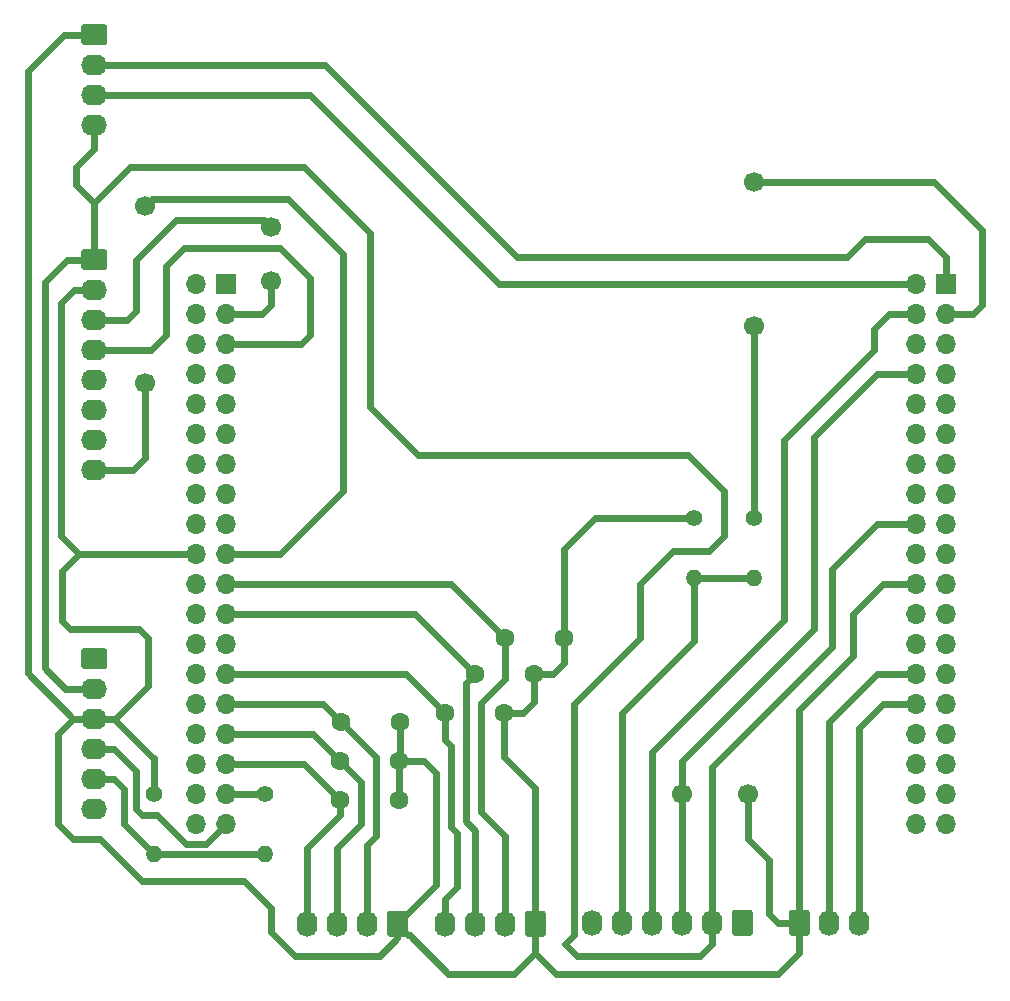
<source format=gbr>
G04 #@! TF.GenerationSoftware,KiCad,Pcbnew,(5.0.2)-1*
G04 #@! TF.CreationDate,2019-09-28T03:40:06+01:00*
G04 #@! TF.ProjectId,mainboard,6d61696e-626f-4617-9264-2e6b69636164,rev?*
G04 #@! TF.SameCoordinates,Original*
G04 #@! TF.FileFunction,Copper,L2,Bot*
G04 #@! TF.FilePolarity,Positive*
%FSLAX46Y46*%
G04 Gerber Fmt 4.6, Leading zero omitted, Abs format (unit mm)*
G04 Created by KiCad (PCBNEW (5.0.2)-1) date 28/09/2019 03:40:06*
%MOMM*%
%LPD*%
G01*
G04 APERTURE LIST*
G04 #@! TA.AperFunction,ComponentPad*
%ADD10O,1.700000X1.700000*%
G04 #@! TD*
G04 #@! TA.AperFunction,ComponentPad*
%ADD11R,1.700000X1.700000*%
G04 #@! TD*
G04 #@! TA.AperFunction,ComponentPad*
%ADD12C,1.600000*%
G04 #@! TD*
G04 #@! TA.AperFunction,ComponentPad*
%ADD13C,1.400000*%
G04 #@! TD*
G04 #@! TA.AperFunction,ComponentPad*
%ADD14O,1.400000X1.400000*%
G04 #@! TD*
G04 #@! TA.AperFunction,Conductor*
%ADD15C,0.100000*%
G04 #@! TD*
G04 #@! TA.AperFunction,ComponentPad*
%ADD16C,1.740000*%
G04 #@! TD*
G04 #@! TA.AperFunction,ComponentPad*
%ADD17O,2.200000X1.740000*%
G04 #@! TD*
G04 #@! TA.AperFunction,ComponentPad*
%ADD18O,1.740000X2.200000*%
G04 #@! TD*
G04 #@! TA.AperFunction,ViaPad*
%ADD19C,1.700000*%
G04 #@! TD*
G04 #@! TA.AperFunction,Conductor*
%ADD20C,0.600000*%
G04 #@! TD*
G04 APERTURE END LIST*
D10*
G04 #@! TO.P,U1,PC0*
G04 #@! TO.N,Net-(U1-PadPC0)*
X126185307Y-144788880D03*
G04 #@! TO.P,U1,PC3*
G04 #@! TO.N,Net-(U1-PadPC3)*
X128725307Y-144788880D03*
G04 #@! TO.P,U1,PC1*
G04 #@! TO.N,Net-(U1-PadPC1)*
X126185307Y-142248880D03*
G04 #@! TO.P,U1,PC2*
G04 #@! TO.N,Net-(U1-PadPC2)*
X128725307Y-142248880D03*
G04 #@! TO.P,U1,PB0*
G04 #@! TO.N,Net-(U1-PadPB0)*
X126185307Y-139708880D03*
G04 #@! TO.P,U1,VBAT*
G04 #@! TO.N,Net-(U1-PadVBAT)*
X128725307Y-139708880D03*
G04 #@! TO.P,U1,PA4*
G04 #@! TO.N,Net-(U1-PadPA4)*
X126185307Y-137168880D03*
G04 #@! TO.P,U1,PH1*
G04 #@! TO.N,Net-(U1-PadPH1)*
X128725307Y-137168880D03*
G04 #@! TO.P,U1,PA1*
G04 #@! TO.N,hoverboard_serial_Tx*
X126185307Y-134628880D03*
G04 #@! TO.P,U1,PH0*
G04 #@! TO.N,Net-(U1-PadPH0)*
X128725307Y-134628880D03*
G04 #@! TO.P,U1,PA0*
G04 #@! TO.N,hoverboard_serial_Rx*
X126185307Y-132088880D03*
G04 #@! TO.P,U1,PC15*
G04 #@! TO.N,Net-(U1-PadPC15)*
X128725307Y-132088880D03*
G04 #@! TO.P,U1,NC*
G04 #@! TO.N,N/C*
X126185307Y-129548880D03*
G04 #@! TO.P,U1,PC14*
G04 #@! TO.N,Net-(U1-PadPC14)*
X128725307Y-129548880D03*
G04 #@! TO.P,U1,VIN*
G04 #@! TO.N,N/C*
X126185307Y-127008880D03*
G04 #@! TO.P,U1,PC13*
G04 #@! TO.N,Net-(U1-PadPC13)*
X128725307Y-127008880D03*
G04 #@! TO.P,U1,GND*
G04 #@! TO.N,GND*
X126185307Y-124468880D03*
G04 #@! TO.P,U1,PB7*
G04 #@! TO.N,Net-(U1-PadPB7)*
X128725307Y-124468880D03*
G04 #@! TO.P,U1,GND*
G04 #@! TO.N,GND*
X126185307Y-121928880D03*
X128725307Y-121928880D03*
G04 #@! TO.P,U1,5V*
G04 #@! TO.N,+5V*
X126185307Y-119388880D03*
G04 #@! TO.P,U1,PA15*
G04 #@! TO.N,Net-(U1-PadPA15)*
X128725307Y-119388880D03*
G04 #@! TO.P,U1,3V3*
G04 #@! TO.N,N/C*
X126185307Y-116848880D03*
G04 #@! TO.P,U1,PA14*
G04 #@! TO.N,Net-(U1-PadPA14)*
X128725307Y-116848880D03*
G04 #@! TO.P,U1,RESET*
G04 #@! TO.N,N/C*
X126185307Y-114308880D03*
G04 #@! TO.P,U1,PA13*
G04 #@! TO.N,Net-(U1-PadPA13)*
X128725307Y-114308880D03*
G04 #@! TO.P,U1,IOREF*
G04 #@! TO.N,N/C*
X126185307Y-111768880D03*
G04 #@! TO.P,U1,NC*
X128725307Y-111768880D03*
X126185307Y-109228880D03*
X128725307Y-109228880D03*
G04 #@! TO.P,U1,GND*
G04 #@! TO.N,GND*
X126185307Y-106688880D03*
G04 #@! TO.P,U1,BOOT0*
G04 #@! TO.N,Net-(U1-PadBOOT0)*
X128725307Y-106688880D03*
G04 #@! TO.P,U1,E5V*
G04 #@! TO.N,N/C*
X126185307Y-104148880D03*
G04 #@! TO.P,U1,VDD*
G04 #@! TO.N,Net-(U1-PadVDD)*
X128725307Y-104148880D03*
G04 #@! TO.P,U1,PD2*
G04 #@! TO.N,bluetooth_serial_1_Tx*
X126185307Y-101608880D03*
G04 #@! TO.P,U1,PC12*
G04 #@! TO.N,bluetooth_serial_1_Rx*
X128725307Y-101608880D03*
G04 #@! TO.P,U1,PC11*
G04 #@! TO.N,serial3_Tx*
X126185307Y-99068880D03*
D11*
G04 #@! TO.P,U1,PC10*
G04 #@! TO.N,serial3_Rx*
X128725307Y-99068880D03*
D10*
G04 #@! TO.P,U1,PA5*
G04 #@! TO.N,Net-(U1-PadPA5)*
X67765307Y-111768880D03*
D11*
G04 #@! TO.P,U1,PC9*
G04 #@! TO.N,Net-(U1-PadPC9)*
X67765307Y-99068880D03*
D10*
G04 #@! TO.P,U1,PA11*
G04 #@! TO.N,Net-(U1-PadPA11)*
X65225307Y-114308880D03*
G04 #@! TO.P,U1,PA6*
G04 #@! TO.N,Net-(U1-PadPA6)*
X67765307Y-114308880D03*
G04 #@! TO.P,U1,GND*
G04 #@! TO.N,GND*
X67765307Y-109228880D03*
G04 #@! TO.P,U1,AVDD*
G04 #@! TO.N,N/C*
X67765307Y-106688880D03*
G04 #@! TO.P,U1,PC6*
G04 #@! TO.N,Net-(U1-PadPC6)*
X65225307Y-101608880D03*
G04 #@! TO.P,U1,NC*
G04 #@! TO.N,N/C*
X65225307Y-109228880D03*
G04 #@! TO.P,U1,PC5*
G04 #@! TO.N,Net-(U1-PadPC5)*
X65225307Y-104148880D03*
G04 #@! TO.P,U1,PA12*
G04 #@! TO.N,Net-(U1-PadPA12)*
X65225307Y-111768880D03*
G04 #@! TO.P,U1,U5V*
G04 #@! TO.N,N/C*
X65225307Y-106688880D03*
G04 #@! TO.P,U1,PB9*
G04 #@! TO.N,IMU_SDA*
X67765307Y-104148880D03*
G04 #@! TO.P,U1,PB8*
G04 #@! TO.N,IMU_SCL*
X67765307Y-101608880D03*
G04 #@! TO.P,U1,PC8*
G04 #@! TO.N,Net-(U1-PadPC8)*
X65225307Y-99068880D03*
G04 #@! TO.P,U1,PB5*
G04 #@! TO.N,L_hall_C_LPF*
X67765307Y-134628880D03*
G04 #@! TO.P,U1,AGND*
G04 #@! TO.N,N/C*
X65225307Y-137168880D03*
G04 #@! TO.P,U1,NC*
X65225307Y-142248880D03*
G04 #@! TO.P,U1,PB3*
G04 #@! TO.N,L_hall_B_LPF*
X67765307Y-137168880D03*
G04 #@! TO.P,U1,PB10*
G04 #@! TO.N,Net-(U1-PadPB10)*
X67765307Y-129548880D03*
G04 #@! TO.P,U1,GND*
G04 #@! TO.N,GND*
X65225307Y-121928880D03*
G04 #@! TO.P,U1,PB6*
G04 #@! TO.N,Net-(U1-PadPB6)*
X67765307Y-119388880D03*
G04 #@! TO.P,U1,PA8*
G04 #@! TO.N,R_hall_B_LPF*
X67765307Y-127008880D03*
G04 #@! TO.P,U1,PA7*
G04 #@! TO.N,Net-(U1-PadPA7)*
X67765307Y-116848880D03*
G04 #@! TO.P,U1,PA10*
G04 #@! TO.N,L_hall_A_LPF*
X67765307Y-139708880D03*
G04 #@! TO.P,U1,PB12*
G04 #@! TO.N,Net-(U1-PadPB12)*
X65225307Y-116848880D03*
G04 #@! TO.P,U1,PB13*
G04 #@! TO.N,Net-(U1-PadPB13)*
X65225307Y-134628880D03*
G04 #@! TO.P,U1,NC*
G04 #@! TO.N,N/C*
X65225307Y-144788880D03*
G04 #@! TO.P,U1,PB4*
G04 #@! TO.N,R_hall_A_LPF*
X67765307Y-132088880D03*
G04 #@! TO.P,U1,PA3*
G04 #@! TO.N,bluetooth_serial_2_Tx*
X67765307Y-144788880D03*
G04 #@! TO.P,U1,PB15*
G04 #@! TO.N,Net-(U1-PadPB15)*
X65225307Y-129548880D03*
G04 #@! TO.P,U1,PB14*
G04 #@! TO.N,Net-(U1-PadPB14)*
X65225307Y-132088880D03*
G04 #@! TO.P,U1,PB2*
G04 #@! TO.N,Net-(U1-PadPB2)*
X65225307Y-124468880D03*
G04 #@! TO.P,U1,PC4*
G04 #@! TO.N,Net-(U1-PadPC4)*
X65225307Y-139708880D03*
G04 #@! TO.P,U1,PA2*
G04 #@! TO.N,bluetooth_serial_2_Rx*
X67765307Y-142248880D03*
G04 #@! TO.P,U1,PA9*
G04 #@! TO.N,R_hall_C_LPF*
X67765307Y-124468880D03*
G04 #@! TO.P,U1,PC7*
G04 #@! TO.N,IMU_INT*
X67765307Y-121928880D03*
G04 #@! TO.P,U1,PB1*
G04 #@! TO.N,Net-(U1-PadPB1)*
X65225307Y-127008880D03*
G04 #@! TO.P,U1,NC*
G04 #@! TO.N,N/C*
X65225307Y-119388880D03*
G04 #@! TD*
D12*
G04 #@! TO.P,C6,2*
G04 #@! TO.N,GND*
X91307307Y-135390880D03*
G04 #@! TO.P,C6,1*
G04 #@! TO.N,R_hall_A_LPF*
X86307307Y-135390880D03*
G04 #@! TD*
G04 #@! TO.P,C1,1*
G04 #@! TO.N,L_hall_C_LPF*
X77497307Y-136152880D03*
G04 #@! TO.P,C1,2*
G04 #@! TO.N,GND*
X82497307Y-136152880D03*
G04 #@! TD*
G04 #@! TO.P,C2,2*
G04 #@! TO.N,GND*
X96387307Y-129040880D03*
G04 #@! TO.P,C2,1*
G04 #@! TO.N,R_hall_C_LPF*
X91387307Y-129040880D03*
G04 #@! TD*
G04 #@! TO.P,C3,1*
G04 #@! TO.N,L_hall_B_LPF*
X77417307Y-139454880D03*
G04 #@! TO.P,C3,2*
G04 #@! TO.N,GND*
X82417307Y-139454880D03*
G04 #@! TD*
G04 #@! TO.P,C4,2*
G04 #@! TO.N,GND*
X93847307Y-132088880D03*
G04 #@! TO.P,C4,1*
G04 #@! TO.N,R_hall_B_LPF*
X88847307Y-132088880D03*
G04 #@! TD*
G04 #@! TO.P,C5,1*
G04 #@! TO.N,L_hall_A_LPF*
X77417307Y-142756880D03*
G04 #@! TO.P,C5,2*
G04 #@! TO.N,GND*
X82417307Y-142756880D03*
G04 #@! TD*
D13*
G04 #@! TO.P,R1,1*
G04 #@! TO.N,bluetooth_serial_1_Rx*
X112469307Y-118880880D03*
D14*
G04 #@! TO.P,R1,2*
G04 #@! TO.N,Net-(J1_btcomms_1-Pad5)*
X112469307Y-123960880D03*
G04 #@! TD*
G04 #@! TO.P,R2,2*
G04 #@! TO.N,Net-(J1_btcomms_1-Pad5)*
X107389307Y-123960880D03*
D13*
G04 #@! TO.P,R2,1*
G04 #@! TO.N,GND*
X107389307Y-118880880D03*
G04 #@! TD*
G04 #@! TO.P,R3,1*
G04 #@! TO.N,bluetooth_serial_2_Rx*
X71067307Y-142248880D03*
D14*
G04 #@! TO.P,R3,2*
G04 #@! TO.N,Net-(J7_btcomms_2-Pad5)*
X71067307Y-147328880D03*
G04 #@! TD*
G04 #@! TO.P,R4,2*
G04 #@! TO.N,Net-(J7_btcomms_2-Pad5)*
X61669307Y-147328880D03*
D13*
G04 #@! TO.P,R4,1*
G04 #@! TO.N,GND*
X61669307Y-142248880D03*
G04 #@! TD*
D15*
G04 #@! TO.N,GND*
G04 #@! TO.C,J4_serial3*
G36*
X57463307Y-77118087D02*
X57487630Y-77121694D01*
X57511481Y-77127669D01*
X57534633Y-77135953D01*
X57556861Y-77146466D01*
X57577951Y-77159107D01*
X57597701Y-77173754D01*
X57615920Y-77190267D01*
X57632433Y-77208486D01*
X57647080Y-77228236D01*
X57659721Y-77249326D01*
X57670234Y-77271554D01*
X57678518Y-77294706D01*
X57684493Y-77318557D01*
X57688100Y-77342880D01*
X57689307Y-77367439D01*
X57689307Y-78606321D01*
X57688100Y-78630880D01*
X57684493Y-78655203D01*
X57678518Y-78679054D01*
X57670234Y-78702206D01*
X57659721Y-78724434D01*
X57647080Y-78745524D01*
X57632433Y-78765274D01*
X57615920Y-78783493D01*
X57597701Y-78800006D01*
X57577951Y-78814653D01*
X57556861Y-78827294D01*
X57534633Y-78837807D01*
X57511481Y-78846091D01*
X57487630Y-78852066D01*
X57463307Y-78855673D01*
X57438748Y-78856880D01*
X55739866Y-78856880D01*
X55715307Y-78855673D01*
X55690984Y-78852066D01*
X55667133Y-78846091D01*
X55643981Y-78837807D01*
X55621753Y-78827294D01*
X55600663Y-78814653D01*
X55580913Y-78800006D01*
X55562694Y-78783493D01*
X55546181Y-78765274D01*
X55531534Y-78745524D01*
X55518893Y-78724434D01*
X55508380Y-78702206D01*
X55500096Y-78679054D01*
X55494121Y-78655203D01*
X55490514Y-78630880D01*
X55489307Y-78606321D01*
X55489307Y-77367439D01*
X55490514Y-77342880D01*
X55494121Y-77318557D01*
X55500096Y-77294706D01*
X55508380Y-77271554D01*
X55518893Y-77249326D01*
X55531534Y-77228236D01*
X55546181Y-77208486D01*
X55562694Y-77190267D01*
X55580913Y-77173754D01*
X55600663Y-77159107D01*
X55621753Y-77146466D01*
X55643981Y-77135953D01*
X55667133Y-77127669D01*
X55690984Y-77121694D01*
X55715307Y-77118087D01*
X55739866Y-77116880D01*
X57438748Y-77116880D01*
X57463307Y-77118087D01*
X57463307Y-77118087D01*
G37*
D16*
G04 #@! TD*
G04 #@! TO.P,J4_serial3,1*
G04 #@! TO.N,GND*
X56589307Y-77986880D03*
D17*
G04 #@! TO.P,J4_serial3,2*
G04 #@! TO.N,serial3_Rx*
X56589307Y-80526880D03*
G04 #@! TO.P,J4_serial3,3*
G04 #@! TO.N,serial3_Tx*
X56589307Y-83066880D03*
G04 #@! TO.P,J4_serial3,4*
G04 #@! TO.N,+5V*
X56589307Y-85606880D03*
G04 #@! TD*
D15*
G04 #@! TO.N,Net-(J1_btcomms_1-Pad1)*
G04 #@! TO.C,J1_btcomms_1*
G36*
X112097307Y-152072087D02*
X112121630Y-152075694D01*
X112145481Y-152081669D01*
X112168633Y-152089953D01*
X112190861Y-152100466D01*
X112211951Y-152113107D01*
X112231701Y-152127754D01*
X112249920Y-152144267D01*
X112266433Y-152162486D01*
X112281080Y-152182236D01*
X112293721Y-152203326D01*
X112304234Y-152225554D01*
X112312518Y-152248706D01*
X112318493Y-152272557D01*
X112322100Y-152296880D01*
X112323307Y-152321439D01*
X112323307Y-154020321D01*
X112322100Y-154044880D01*
X112318493Y-154069203D01*
X112312518Y-154093054D01*
X112304234Y-154116206D01*
X112293721Y-154138434D01*
X112281080Y-154159524D01*
X112266433Y-154179274D01*
X112249920Y-154197493D01*
X112231701Y-154214006D01*
X112211951Y-154228653D01*
X112190861Y-154241294D01*
X112168633Y-154251807D01*
X112145481Y-154260091D01*
X112121630Y-154266066D01*
X112097307Y-154269673D01*
X112072748Y-154270880D01*
X110833866Y-154270880D01*
X110809307Y-154269673D01*
X110784984Y-154266066D01*
X110761133Y-154260091D01*
X110737981Y-154251807D01*
X110715753Y-154241294D01*
X110694663Y-154228653D01*
X110674913Y-154214006D01*
X110656694Y-154197493D01*
X110640181Y-154179274D01*
X110625534Y-154159524D01*
X110612893Y-154138434D01*
X110602380Y-154116206D01*
X110594096Y-154093054D01*
X110588121Y-154069203D01*
X110584514Y-154044880D01*
X110583307Y-154020321D01*
X110583307Y-152321439D01*
X110584514Y-152296880D01*
X110588121Y-152272557D01*
X110594096Y-152248706D01*
X110602380Y-152225554D01*
X110612893Y-152203326D01*
X110625534Y-152182236D01*
X110640181Y-152162486D01*
X110656694Y-152144267D01*
X110674913Y-152127754D01*
X110694663Y-152113107D01*
X110715753Y-152100466D01*
X110737981Y-152089953D01*
X110761133Y-152081669D01*
X110784984Y-152075694D01*
X110809307Y-152072087D01*
X110833866Y-152070880D01*
X112072748Y-152070880D01*
X112097307Y-152072087D01*
X112097307Y-152072087D01*
G37*
D16*
G04 #@! TD*
G04 #@! TO.P,J1_btcomms_1,1*
G04 #@! TO.N,Net-(J1_btcomms_1-Pad1)*
X111453307Y-153170880D03*
D18*
G04 #@! TO.P,J1_btcomms_1,2*
G04 #@! TO.N,+5V*
X108913307Y-153170880D03*
G04 #@! TO.P,J1_btcomms_1,3*
G04 #@! TO.N,GND*
X106373307Y-153170880D03*
G04 #@! TO.P,J1_btcomms_1,4*
G04 #@! TO.N,bluetooth_serial_1_Tx*
X103833307Y-153170880D03*
G04 #@! TO.P,J1_btcomms_1,5*
G04 #@! TO.N,Net-(J1_btcomms_1-Pad5)*
X101293307Y-153170880D03*
G04 #@! TO.P,J1_btcomms_1,6*
G04 #@! TO.N,Net-(J1_btcomms_1-Pad6)*
X98753307Y-153170880D03*
G04 #@! TD*
D15*
G04 #@! TO.N,+5V*
G04 #@! TO.C,J2_IMU1*
G36*
X57463307Y-96168087D02*
X57487630Y-96171694D01*
X57511481Y-96177669D01*
X57534633Y-96185953D01*
X57556861Y-96196466D01*
X57577951Y-96209107D01*
X57597701Y-96223754D01*
X57615920Y-96240267D01*
X57632433Y-96258486D01*
X57647080Y-96278236D01*
X57659721Y-96299326D01*
X57670234Y-96321554D01*
X57678518Y-96344706D01*
X57684493Y-96368557D01*
X57688100Y-96392880D01*
X57689307Y-96417439D01*
X57689307Y-97656321D01*
X57688100Y-97680880D01*
X57684493Y-97705203D01*
X57678518Y-97729054D01*
X57670234Y-97752206D01*
X57659721Y-97774434D01*
X57647080Y-97795524D01*
X57632433Y-97815274D01*
X57615920Y-97833493D01*
X57597701Y-97850006D01*
X57577951Y-97864653D01*
X57556861Y-97877294D01*
X57534633Y-97887807D01*
X57511481Y-97896091D01*
X57487630Y-97902066D01*
X57463307Y-97905673D01*
X57438748Y-97906880D01*
X55739866Y-97906880D01*
X55715307Y-97905673D01*
X55690984Y-97902066D01*
X55667133Y-97896091D01*
X55643981Y-97887807D01*
X55621753Y-97877294D01*
X55600663Y-97864653D01*
X55580913Y-97850006D01*
X55562694Y-97833493D01*
X55546181Y-97815274D01*
X55531534Y-97795524D01*
X55518893Y-97774434D01*
X55508380Y-97752206D01*
X55500096Y-97729054D01*
X55494121Y-97705203D01*
X55490514Y-97680880D01*
X55489307Y-97656321D01*
X55489307Y-96417439D01*
X55490514Y-96392880D01*
X55494121Y-96368557D01*
X55500096Y-96344706D01*
X55508380Y-96321554D01*
X55518893Y-96299326D01*
X55531534Y-96278236D01*
X55546181Y-96258486D01*
X55562694Y-96240267D01*
X55580913Y-96223754D01*
X55600663Y-96209107D01*
X55621753Y-96196466D01*
X55643981Y-96185953D01*
X55667133Y-96177669D01*
X55690984Y-96171694D01*
X55715307Y-96168087D01*
X55739866Y-96166880D01*
X57438748Y-96166880D01*
X57463307Y-96168087D01*
X57463307Y-96168087D01*
G37*
D16*
G04 #@! TD*
G04 #@! TO.P,J2_IMU1,1*
G04 #@! TO.N,+5V*
X56589307Y-97036880D03*
D17*
G04 #@! TO.P,J2_IMU1,2*
G04 #@! TO.N,GND*
X56589307Y-99576880D03*
G04 #@! TO.P,J2_IMU1,3*
G04 #@! TO.N,IMU_SCL*
X56589307Y-102116880D03*
G04 #@! TO.P,J2_IMU1,4*
G04 #@! TO.N,IMU_SDA*
X56589307Y-104656880D03*
G04 #@! TO.P,J2_IMU1,5*
G04 #@! TO.N,Net-(J2_IMU1-Pad5)*
X56589307Y-107196880D03*
G04 #@! TO.P,J2_IMU1,6*
G04 #@! TO.N,Net-(J2_IMU1-Pad6)*
X56589307Y-109736880D03*
G04 #@! TO.P,J2_IMU1,7*
G04 #@! TO.N,Net-(J2_IMU1-Pad7)*
X56589307Y-112276880D03*
G04 #@! TO.P,J2_IMU1,8*
G04 #@! TO.N,IMU_INT*
X56589307Y-114816880D03*
G04 #@! TD*
D15*
G04 #@! TO.N,GND*
G04 #@! TO.C,J3_hoverboard_serial1*
G36*
X116923307Y-152072087D02*
X116947630Y-152075694D01*
X116971481Y-152081669D01*
X116994633Y-152089953D01*
X117016861Y-152100466D01*
X117037951Y-152113107D01*
X117057701Y-152127754D01*
X117075920Y-152144267D01*
X117092433Y-152162486D01*
X117107080Y-152182236D01*
X117119721Y-152203326D01*
X117130234Y-152225554D01*
X117138518Y-152248706D01*
X117144493Y-152272557D01*
X117148100Y-152296880D01*
X117149307Y-152321439D01*
X117149307Y-154020321D01*
X117148100Y-154044880D01*
X117144493Y-154069203D01*
X117138518Y-154093054D01*
X117130234Y-154116206D01*
X117119721Y-154138434D01*
X117107080Y-154159524D01*
X117092433Y-154179274D01*
X117075920Y-154197493D01*
X117057701Y-154214006D01*
X117037951Y-154228653D01*
X117016861Y-154241294D01*
X116994633Y-154251807D01*
X116971481Y-154260091D01*
X116947630Y-154266066D01*
X116923307Y-154269673D01*
X116898748Y-154270880D01*
X115659866Y-154270880D01*
X115635307Y-154269673D01*
X115610984Y-154266066D01*
X115587133Y-154260091D01*
X115563981Y-154251807D01*
X115541753Y-154241294D01*
X115520663Y-154228653D01*
X115500913Y-154214006D01*
X115482694Y-154197493D01*
X115466181Y-154179274D01*
X115451534Y-154159524D01*
X115438893Y-154138434D01*
X115428380Y-154116206D01*
X115420096Y-154093054D01*
X115414121Y-154069203D01*
X115410514Y-154044880D01*
X115409307Y-154020321D01*
X115409307Y-152321439D01*
X115410514Y-152296880D01*
X115414121Y-152272557D01*
X115420096Y-152248706D01*
X115428380Y-152225554D01*
X115438893Y-152203326D01*
X115451534Y-152182236D01*
X115466181Y-152162486D01*
X115482694Y-152144267D01*
X115500913Y-152127754D01*
X115520663Y-152113107D01*
X115541753Y-152100466D01*
X115563981Y-152089953D01*
X115587133Y-152081669D01*
X115610984Y-152075694D01*
X115635307Y-152072087D01*
X115659866Y-152070880D01*
X116898748Y-152070880D01*
X116923307Y-152072087D01*
X116923307Y-152072087D01*
G37*
D16*
G04 #@! TD*
G04 #@! TO.P,J3_hoverboard_serial1,1*
G04 #@! TO.N,GND*
X116279307Y-153170880D03*
D18*
G04 #@! TO.P,J3_hoverboard_serial1,2*
G04 #@! TO.N,hoverboard_serial_Rx*
X118819307Y-153170880D03*
G04 #@! TO.P,J3_hoverboard_serial1,3*
G04 #@! TO.N,hoverboard_serial_Tx*
X121359307Y-153170880D03*
G04 #@! TD*
G04 #@! TO.P,J5_LEFT_HALL_IN1,4*
G04 #@! TO.N,L_hall_A_LPF*
X74623307Y-153268559D03*
G04 #@! TO.P,J5_LEFT_HALL_IN1,3*
G04 #@! TO.N,L_hall_B_LPF*
X77163307Y-153268559D03*
G04 #@! TO.P,J5_LEFT_HALL_IN1,2*
G04 #@! TO.N,L_hall_C_LPF*
X79703307Y-153268559D03*
D15*
G04 #@! TD*
G04 #@! TO.N,GND*
G04 #@! TO.C,J5_LEFT_HALL_IN1*
G36*
X82887307Y-152169766D02*
X82911630Y-152173373D01*
X82935481Y-152179348D01*
X82958633Y-152187632D01*
X82980861Y-152198145D01*
X83001951Y-152210786D01*
X83021701Y-152225433D01*
X83039920Y-152241946D01*
X83056433Y-152260165D01*
X83071080Y-152279915D01*
X83083721Y-152301005D01*
X83094234Y-152323233D01*
X83102518Y-152346385D01*
X83108493Y-152370236D01*
X83112100Y-152394559D01*
X83113307Y-152419118D01*
X83113307Y-154118000D01*
X83112100Y-154142559D01*
X83108493Y-154166882D01*
X83102518Y-154190733D01*
X83094234Y-154213885D01*
X83083721Y-154236113D01*
X83071080Y-154257203D01*
X83056433Y-154276953D01*
X83039920Y-154295172D01*
X83021701Y-154311685D01*
X83001951Y-154326332D01*
X82980861Y-154338973D01*
X82958633Y-154349486D01*
X82935481Y-154357770D01*
X82911630Y-154363745D01*
X82887307Y-154367352D01*
X82862748Y-154368559D01*
X81623866Y-154368559D01*
X81599307Y-154367352D01*
X81574984Y-154363745D01*
X81551133Y-154357770D01*
X81527981Y-154349486D01*
X81505753Y-154338973D01*
X81484663Y-154326332D01*
X81464913Y-154311685D01*
X81446694Y-154295172D01*
X81430181Y-154276953D01*
X81415534Y-154257203D01*
X81402893Y-154236113D01*
X81392380Y-154213885D01*
X81384096Y-154190733D01*
X81378121Y-154166882D01*
X81374514Y-154142559D01*
X81373307Y-154118000D01*
X81373307Y-152419118D01*
X81374514Y-152394559D01*
X81378121Y-152370236D01*
X81384096Y-152346385D01*
X81392380Y-152323233D01*
X81402893Y-152301005D01*
X81415534Y-152279915D01*
X81430181Y-152260165D01*
X81446694Y-152241946D01*
X81464913Y-152225433D01*
X81484663Y-152210786D01*
X81505753Y-152198145D01*
X81527981Y-152187632D01*
X81551133Y-152179348D01*
X81574984Y-152173373D01*
X81599307Y-152169766D01*
X81623866Y-152168559D01*
X82862748Y-152168559D01*
X82887307Y-152169766D01*
X82887307Y-152169766D01*
G37*
D16*
G04 #@! TO.P,J5_LEFT_HALL_IN1,1*
G04 #@! TO.N,GND*
X82243307Y-153268559D03*
G04 #@! TD*
D15*
G04 #@! TO.N,GND*
G04 #@! TO.C,J6_RIGHT_HALL_IN1*
G36*
X94571307Y-152169766D02*
X94595630Y-152173373D01*
X94619481Y-152179348D01*
X94642633Y-152187632D01*
X94664861Y-152198145D01*
X94685951Y-152210786D01*
X94705701Y-152225433D01*
X94723920Y-152241946D01*
X94740433Y-152260165D01*
X94755080Y-152279915D01*
X94767721Y-152301005D01*
X94778234Y-152323233D01*
X94786518Y-152346385D01*
X94792493Y-152370236D01*
X94796100Y-152394559D01*
X94797307Y-152419118D01*
X94797307Y-154118000D01*
X94796100Y-154142559D01*
X94792493Y-154166882D01*
X94786518Y-154190733D01*
X94778234Y-154213885D01*
X94767721Y-154236113D01*
X94755080Y-154257203D01*
X94740433Y-154276953D01*
X94723920Y-154295172D01*
X94705701Y-154311685D01*
X94685951Y-154326332D01*
X94664861Y-154338973D01*
X94642633Y-154349486D01*
X94619481Y-154357770D01*
X94595630Y-154363745D01*
X94571307Y-154367352D01*
X94546748Y-154368559D01*
X93307866Y-154368559D01*
X93283307Y-154367352D01*
X93258984Y-154363745D01*
X93235133Y-154357770D01*
X93211981Y-154349486D01*
X93189753Y-154338973D01*
X93168663Y-154326332D01*
X93148913Y-154311685D01*
X93130694Y-154295172D01*
X93114181Y-154276953D01*
X93099534Y-154257203D01*
X93086893Y-154236113D01*
X93076380Y-154213885D01*
X93068096Y-154190733D01*
X93062121Y-154166882D01*
X93058514Y-154142559D01*
X93057307Y-154118000D01*
X93057307Y-152419118D01*
X93058514Y-152394559D01*
X93062121Y-152370236D01*
X93068096Y-152346385D01*
X93076380Y-152323233D01*
X93086893Y-152301005D01*
X93099534Y-152279915D01*
X93114181Y-152260165D01*
X93130694Y-152241946D01*
X93148913Y-152225433D01*
X93168663Y-152210786D01*
X93189753Y-152198145D01*
X93211981Y-152187632D01*
X93235133Y-152179348D01*
X93258984Y-152173373D01*
X93283307Y-152169766D01*
X93307866Y-152168559D01*
X94546748Y-152168559D01*
X94571307Y-152169766D01*
X94571307Y-152169766D01*
G37*
D16*
G04 #@! TD*
G04 #@! TO.P,J6_RIGHT_HALL_IN1,1*
G04 #@! TO.N,GND*
X93927307Y-153268559D03*
D18*
G04 #@! TO.P,J6_RIGHT_HALL_IN1,2*
G04 #@! TO.N,R_hall_C_LPF*
X91387307Y-153268559D03*
G04 #@! TO.P,J6_RIGHT_HALL_IN1,3*
G04 #@! TO.N,R_hall_B_LPF*
X88847307Y-153268559D03*
G04 #@! TO.P,J6_RIGHT_HALL_IN1,4*
G04 #@! TO.N,R_hall_A_LPF*
X86307307Y-153268559D03*
G04 #@! TD*
D17*
G04 #@! TO.P,J7_btcomms_2,6*
G04 #@! TO.N,Net-(J7_btcomms_2-Pad6)*
X56589307Y-143518880D03*
G04 #@! TO.P,J7_btcomms_2,5*
G04 #@! TO.N,Net-(J7_btcomms_2-Pad5)*
X56589307Y-140978880D03*
G04 #@! TO.P,J7_btcomms_2,4*
G04 #@! TO.N,bluetooth_serial_2_Tx*
X56589307Y-138438880D03*
G04 #@! TO.P,J7_btcomms_2,3*
G04 #@! TO.N,GND*
X56589307Y-135898880D03*
G04 #@! TO.P,J7_btcomms_2,2*
G04 #@! TO.N,+5V*
X56589307Y-133358880D03*
D15*
G04 #@! TD*
G04 #@! TO.N,Net-(J7_btcomms_2-Pad1)*
G04 #@! TO.C,J7_btcomms_2*
G36*
X57463307Y-129950087D02*
X57487630Y-129953694D01*
X57511481Y-129959669D01*
X57534633Y-129967953D01*
X57556861Y-129978466D01*
X57577951Y-129991107D01*
X57597701Y-130005754D01*
X57615920Y-130022267D01*
X57632433Y-130040486D01*
X57647080Y-130060236D01*
X57659721Y-130081326D01*
X57670234Y-130103554D01*
X57678518Y-130126706D01*
X57684493Y-130150557D01*
X57688100Y-130174880D01*
X57689307Y-130199439D01*
X57689307Y-131438321D01*
X57688100Y-131462880D01*
X57684493Y-131487203D01*
X57678518Y-131511054D01*
X57670234Y-131534206D01*
X57659721Y-131556434D01*
X57647080Y-131577524D01*
X57632433Y-131597274D01*
X57615920Y-131615493D01*
X57597701Y-131632006D01*
X57577951Y-131646653D01*
X57556861Y-131659294D01*
X57534633Y-131669807D01*
X57511481Y-131678091D01*
X57487630Y-131684066D01*
X57463307Y-131687673D01*
X57438748Y-131688880D01*
X55739866Y-131688880D01*
X55715307Y-131687673D01*
X55690984Y-131684066D01*
X55667133Y-131678091D01*
X55643981Y-131669807D01*
X55621753Y-131659294D01*
X55600663Y-131646653D01*
X55580913Y-131632006D01*
X55562694Y-131615493D01*
X55546181Y-131597274D01*
X55531534Y-131577524D01*
X55518893Y-131556434D01*
X55508380Y-131534206D01*
X55500096Y-131511054D01*
X55494121Y-131487203D01*
X55490514Y-131462880D01*
X55489307Y-131438321D01*
X55489307Y-130199439D01*
X55490514Y-130174880D01*
X55494121Y-130150557D01*
X55500096Y-130126706D01*
X55508380Y-130103554D01*
X55518893Y-130081326D01*
X55531534Y-130060236D01*
X55546181Y-130040486D01*
X55562694Y-130022267D01*
X55580913Y-130005754D01*
X55600663Y-129991107D01*
X55621753Y-129978466D01*
X55643981Y-129967953D01*
X55667133Y-129959669D01*
X55690984Y-129953694D01*
X55715307Y-129950087D01*
X55739866Y-129948880D01*
X57438748Y-129948880D01*
X57463307Y-129950087D01*
X57463307Y-129950087D01*
G37*
D16*
G04 #@! TO.P,J7_btcomms_2,1*
G04 #@! TO.N,Net-(J7_btcomms_2-Pad1)*
X56589307Y-130818880D03*
G04 #@! TD*
D19*
G04 #@! TO.N,GND*
X106373307Y-142248880D03*
X111961307Y-142248880D03*
G04 #@! TO.N,IMU_SCL*
X71575307Y-98814880D03*
X71575307Y-94242880D03*
G04 #@! TO.N,IMU_INT*
X60907307Y-107450880D03*
X60907307Y-92464880D03*
G04 #@! TO.N,bluetooth_serial_1_Rx*
X112469307Y-102624880D03*
X112469307Y-90432880D03*
G04 #@! TD*
D20*
G04 #@! TO.N,R_hall_C_LPF*
X86815307Y-124468880D02*
X91387307Y-129040880D01*
X67765307Y-124468880D02*
X86815307Y-124468880D01*
X91387307Y-130172250D02*
X91387307Y-129040880D01*
X91387307Y-132550878D02*
X91387307Y-130172250D01*
X89355307Y-134582878D02*
X91387307Y-132550878D01*
X89355307Y-143772880D02*
X89355307Y-134582878D01*
X91387307Y-145804880D02*
X89355307Y-143772880D01*
X91387307Y-153268559D02*
X91387307Y-145804880D01*
G04 #@! TO.N,GND*
X61669307Y-141258931D02*
X61669307Y-142248880D01*
X61669307Y-139278880D02*
X61669307Y-141258931D01*
X58289307Y-135898880D02*
X61669307Y-139278880D01*
X56589307Y-135898880D02*
X58289307Y-135898880D01*
X84529307Y-139454880D02*
X82417307Y-139454880D01*
X85545307Y-140470880D02*
X84529307Y-139454880D01*
X82243307Y-153268559D02*
X85545307Y-149966559D01*
X85545307Y-149966559D02*
X85545307Y-140470880D01*
X82417307Y-142756880D02*
X82417307Y-139454880D01*
X82497307Y-139374880D02*
X82417307Y-139454880D01*
X82497307Y-136152880D02*
X82497307Y-139374880D01*
X91307307Y-135390880D02*
X92911307Y-135390880D01*
X93847307Y-134454880D02*
X93847307Y-132088880D01*
X92911307Y-135390880D02*
X93847307Y-134454880D01*
X93847307Y-132088880D02*
X95451307Y-132088880D01*
X96387307Y-131152880D02*
X96387307Y-129040880D01*
X95451307Y-132088880D02*
X96387307Y-131152880D01*
X55319307Y-121928880D02*
X65225307Y-121928880D01*
X116279307Y-153170880D02*
X116279307Y-135136880D01*
X116279307Y-135136880D02*
X120851307Y-130564880D01*
X120851307Y-130564880D02*
X120851307Y-127008880D01*
X123391307Y-124468880D02*
X126185307Y-124468880D01*
X120851307Y-127008880D02*
X123391307Y-124468880D01*
X122883307Y-106688880D02*
X126185307Y-106688880D01*
X117549307Y-112022880D02*
X122883307Y-106688880D01*
X117549307Y-128278880D02*
X117549307Y-112022880D01*
X106373307Y-139454880D02*
X117549307Y-128278880D01*
X106373307Y-153170880D02*
X106373307Y-153400880D01*
X106373307Y-142248880D02*
X106373307Y-139454880D01*
X106373307Y-153170880D02*
X106373307Y-142248880D01*
X114501307Y-153170880D02*
X116279307Y-153170880D01*
X113739307Y-152408880D02*
X114501307Y-153170880D01*
X113739307Y-147836880D02*
X113739307Y-152408880D01*
X111961307Y-142248880D02*
X111961307Y-146058880D01*
X111961307Y-146058880D02*
X113739307Y-147836880D01*
X93927307Y-155710880D02*
X93927307Y-153268559D01*
X95705307Y-157488880D02*
X93927307Y-155710880D01*
X114501307Y-157488880D02*
X95705307Y-157488880D01*
X116279307Y-153170880D02*
X116279307Y-155710880D01*
X116279307Y-155710880D02*
X114501307Y-157488880D01*
X92149307Y-157488880D02*
X93927307Y-155710880D01*
X86561307Y-157488880D02*
X92149307Y-157488880D01*
X83280759Y-154208332D02*
X86561307Y-157488880D01*
X82243307Y-153268559D02*
X83183080Y-154208332D01*
X83183080Y-154208332D02*
X83280759Y-154208332D01*
X93927307Y-153268559D02*
X93927307Y-141740880D01*
X91307307Y-139120880D02*
X91307307Y-135390880D01*
X93927307Y-141740880D02*
X91307307Y-139120880D01*
X61669307Y-139278880D02*
X61669307Y-139200880D01*
X107389307Y-118880880D02*
X99007307Y-118880880D01*
X96387307Y-121500880D02*
X96387307Y-129040880D01*
X99007307Y-118880880D02*
X96387307Y-121500880D01*
X54889307Y-99576880D02*
X53795307Y-100670880D01*
X56589307Y-99576880D02*
X54889307Y-99576880D01*
X53795307Y-100670880D02*
X53795307Y-120404880D01*
X53795307Y-120404880D02*
X55319307Y-121928880D01*
X54506507Y-128278880D02*
X53846107Y-127618480D01*
X60399307Y-128278880D02*
X54506507Y-128278880D01*
X53846107Y-127618480D02*
X53846107Y-123402080D01*
X55319307Y-121928880D02*
X53846107Y-123402080D01*
X58289307Y-135898880D02*
X58367307Y-135898880D01*
X58367307Y-135898880D02*
X61161307Y-133104880D01*
X61161307Y-133104880D02*
X61161307Y-129040880D01*
X61161307Y-129040880D02*
X60399307Y-128278880D01*
X54049307Y-77986880D02*
X56589307Y-77986880D01*
X50937807Y-81098380D02*
X54049307Y-77986880D01*
X56589307Y-135898880D02*
X54811307Y-135898880D01*
X50937807Y-132025380D02*
X50937807Y-130056880D01*
X54811307Y-135898880D02*
X50937807Y-132025380D01*
X50937807Y-130056880D02*
X50937807Y-81098380D01*
X53541307Y-137168880D02*
X54811307Y-135898880D01*
X53541307Y-144788880D02*
X53541307Y-137168880D01*
X54811307Y-146058880D02*
X53541307Y-144788880D01*
X57097307Y-146058880D02*
X54811307Y-146058880D01*
X60653307Y-149614880D02*
X57097307Y-146058880D01*
X82243307Y-154468559D02*
X80746986Y-155964880D01*
X82243307Y-153268559D02*
X82243307Y-154468559D01*
X80746986Y-155964880D02*
X73607307Y-155964880D01*
X69289307Y-149614880D02*
X60653307Y-149614880D01*
X73607307Y-155964880D02*
X71575307Y-153932880D01*
X71575307Y-153932880D02*
X71575307Y-151900880D01*
X71575307Y-151900880D02*
X69289307Y-149614880D01*
G04 #@! TO.N,R_hall_B_LPF*
X83767307Y-127008880D02*
X67765307Y-127008880D01*
X88847307Y-132088880D02*
X83767307Y-127008880D01*
X88047308Y-132888879D02*
X88047308Y-144572879D01*
X88847307Y-132088880D02*
X88047308Y-132888879D01*
X88847307Y-145372878D02*
X88847307Y-153268559D01*
X88047308Y-144572879D02*
X88847307Y-145372878D01*
G04 #@! TO.N,R_hall_A_LPF*
X83005307Y-132088880D02*
X86307307Y-135390880D01*
X67765307Y-132088880D02*
X83005307Y-132088880D01*
X86307307Y-137676880D02*
X86307307Y-135390880D01*
X86307307Y-151138880D02*
X87323307Y-150122880D01*
X86307307Y-153268559D02*
X86307307Y-151138880D01*
X87323307Y-150122880D02*
X87323307Y-145550880D01*
X86815307Y-145042880D02*
X86815307Y-138184880D01*
X87323307Y-145550880D02*
X86815307Y-145042880D01*
X86815307Y-138184880D02*
X86307307Y-137676880D01*
G04 #@! TO.N,L_hall_C_LPF*
X75973307Y-134628880D02*
X77497307Y-136152880D01*
X67765307Y-134628880D02*
X75973307Y-134628880D01*
X77497307Y-136152880D02*
X80465307Y-139120880D01*
X80465307Y-139120880D02*
X80465307Y-145804880D01*
X79703307Y-146566880D02*
X79703307Y-153268559D01*
X80465307Y-145804880D02*
X79703307Y-146566880D01*
G04 #@! TO.N,L_hall_B_LPF*
X75131307Y-137168880D02*
X77417307Y-139454880D01*
X67765307Y-137168880D02*
X75131307Y-137168880D01*
X79195307Y-141232880D02*
X77417307Y-139454880D01*
X79195307Y-144788880D02*
X79195307Y-141232880D01*
X77163307Y-153268559D02*
X77163307Y-146820880D01*
X77163307Y-146820880D02*
X79195307Y-144788880D01*
G04 #@! TO.N,L_hall_A_LPF*
X74369307Y-139708880D02*
X67765307Y-139708880D01*
X77417307Y-142756880D02*
X74369307Y-139708880D01*
X77417307Y-144026880D02*
X77417307Y-142756880D01*
X74623307Y-153268559D02*
X74623307Y-146820880D01*
X74623307Y-146820880D02*
X77417307Y-144026880D01*
G04 #@! TO.N,+5V*
X126185307Y-119388880D02*
X122883307Y-119388880D01*
X122883307Y-119388880D02*
X119073307Y-123198880D01*
X119073307Y-123198880D02*
X119073307Y-129802880D01*
X108913307Y-139962880D02*
X108913307Y-153170880D01*
X119073307Y-129802880D02*
X108913307Y-139962880D01*
X56589307Y-97036880D02*
X56589307Y-96066880D01*
X56589307Y-96066880D02*
X56589307Y-92210880D01*
X56589307Y-92210880D02*
X59637307Y-89162880D01*
X84021307Y-113546880D02*
X79957307Y-109482880D01*
X97483307Y-155964880D02*
X96467307Y-154948880D01*
X107897307Y-155964880D02*
X97483307Y-155964880D01*
X108913307Y-154948880D02*
X107897307Y-155964880D01*
X96467307Y-154948880D02*
X97237315Y-154178872D01*
X97237315Y-154178872D02*
X97237315Y-134620872D01*
X97237315Y-134620872D02*
X102817307Y-129040880D01*
X102817307Y-129040880D02*
X102817307Y-124468880D01*
X105611307Y-121674880D02*
X108659307Y-121674880D01*
X108913307Y-153170880D02*
X108913307Y-154948880D01*
X102817307Y-124468880D02*
X105611307Y-121674880D01*
X108659307Y-121674880D02*
X109929307Y-120404880D01*
X109929307Y-120404880D02*
X109929307Y-116594880D01*
X109929307Y-116594880D02*
X106881307Y-113546880D01*
X106881307Y-113546880D02*
X84021307Y-113546880D01*
X79957307Y-109482880D02*
X79957307Y-94750880D01*
X74369307Y-89162880D02*
X59637307Y-89162880D01*
X79957307Y-94750880D02*
X74369307Y-89162880D01*
X56589307Y-87638880D02*
X56589307Y-85606880D01*
X55065307Y-89162880D02*
X56589307Y-87638880D01*
X56589307Y-92210880D02*
X55065307Y-90686880D01*
X55065307Y-90686880D02*
X55065307Y-89162880D01*
X54303307Y-97036880D02*
X56589307Y-97036880D01*
X52372907Y-98967280D02*
X54303307Y-97036880D01*
X52372907Y-131631680D02*
X52372907Y-98967280D01*
X56589307Y-133358880D02*
X54100107Y-133358880D01*
X54100107Y-133358880D02*
X52372907Y-131631680D01*
G04 #@! TO.N,hoverboard_serial_Rx*
X118819307Y-136152880D02*
X118819307Y-153170880D01*
X126185307Y-132088880D02*
X122883307Y-132088880D01*
X122883307Y-132088880D02*
X118819307Y-136152880D01*
G04 #@! TO.N,hoverboard_serial_Tx*
X123391307Y-134628880D02*
X126185307Y-134628880D01*
X121359307Y-153170880D02*
X121359307Y-136660880D01*
X121359307Y-136660880D02*
X123391307Y-134628880D01*
G04 #@! TO.N,IMU_SCL*
X67765307Y-101608880D02*
X68967388Y-101608880D01*
X68967388Y-101608880D02*
X70813307Y-101608880D01*
X70813307Y-101608880D02*
X71575307Y-100846880D01*
X71575307Y-100846880D02*
X71575307Y-98814880D01*
X70975308Y-93642881D02*
X63539306Y-93642881D01*
X71575307Y-94242880D02*
X70975308Y-93642881D01*
X63539306Y-93642881D02*
X60145307Y-97036880D01*
X60145307Y-97036880D02*
X60145307Y-101354880D01*
X59383307Y-102116880D02*
X56589307Y-102116880D01*
X60145307Y-101354880D02*
X59383307Y-102116880D01*
G04 #@! TO.N,IMU_SDA*
X56589307Y-104656880D02*
X61415307Y-104656880D01*
X61415307Y-104656880D02*
X62685307Y-103386880D01*
X62685307Y-103386880D02*
X62685307Y-97544880D01*
X62685307Y-97544880D02*
X64209307Y-96020880D01*
X64209307Y-96020880D02*
X72337307Y-96020880D01*
X72337307Y-96020880D02*
X74877307Y-98560880D01*
X74877307Y-98560880D02*
X74877307Y-103386880D01*
X74115307Y-104148880D02*
X67765307Y-104148880D01*
X74877307Y-103386880D02*
X74115307Y-104148880D01*
G04 #@! TO.N,IMU_INT*
X59383307Y-114816880D02*
X59891307Y-114816880D01*
X59891307Y-114816880D02*
X60907307Y-113800880D01*
X56589307Y-114816880D02*
X59383307Y-114816880D01*
X60907307Y-113800880D02*
X60907307Y-107450880D01*
X61507306Y-91864881D02*
X73007308Y-91864881D01*
X60907307Y-92464880D02*
X61507306Y-91864881D01*
X73007308Y-91864881D02*
X77671307Y-96528880D01*
X77671307Y-96528880D02*
X77671307Y-116594880D01*
X72337307Y-121928880D02*
X67765307Y-121928880D01*
X77671307Y-116594880D02*
X72337307Y-121928880D01*
G04 #@! TO.N,serial3_Rx*
X128725307Y-99068880D02*
X128725307Y-96782880D01*
X127201307Y-95258880D02*
X121867307Y-95258880D01*
X121867307Y-95258880D02*
X120343307Y-96782880D01*
X76147307Y-80526880D02*
X56589307Y-80526880D01*
X128725307Y-96782880D02*
X127201307Y-95258880D01*
X120343307Y-96782880D02*
X92403307Y-96782880D01*
X92403307Y-96782880D02*
X76147307Y-80526880D01*
G04 #@! TO.N,serial3_Tx*
X56589307Y-83066880D02*
X74877307Y-83066880D01*
X90879307Y-99068880D02*
X126185307Y-99068880D01*
X74877307Y-83066880D02*
X90879307Y-99068880D01*
G04 #@! TO.N,bluetooth_serial_1_Tx*
X103833307Y-151470880D02*
X103833307Y-153170880D01*
X103833307Y-138692880D02*
X103833307Y-151470880D01*
X123899307Y-101608880D02*
X122629307Y-102878880D01*
X126185307Y-101608880D02*
X123899307Y-101608880D01*
X122629307Y-102878880D02*
X122629307Y-104656880D01*
X122629307Y-104656880D02*
X115009307Y-112276880D01*
X115009307Y-112276880D02*
X115009307Y-127516880D01*
X115009307Y-127516880D02*
X103833307Y-138692880D01*
G04 #@! TO.N,Net-(J1_btcomms_1-Pad5)*
X107389307Y-129294880D02*
X107389307Y-123960880D01*
X101293307Y-153170880D02*
X101293307Y-135390880D01*
X101293307Y-135390880D02*
X107389307Y-129294880D01*
X112469307Y-123960880D02*
X107389307Y-123960880D01*
G04 #@! TO.N,Net-(J7_btcomms_2-Pad5)*
X71067307Y-147328880D02*
X61669307Y-147328880D01*
X59129307Y-144788880D02*
X61669307Y-147328880D01*
X59129307Y-141818880D02*
X59129307Y-144788880D01*
X56589307Y-140978880D02*
X58289307Y-140978880D01*
X58289307Y-140978880D02*
X59129307Y-141818880D01*
G04 #@! TO.N,bluetooth_serial_2_Tx*
X58289307Y-138438880D02*
X56589307Y-138438880D01*
X67765307Y-144788880D02*
X66075317Y-146478870D01*
X66075317Y-146478870D02*
X64375297Y-146478870D01*
X64375297Y-146478870D02*
X61923307Y-144026880D01*
X60145307Y-140294880D02*
X58289307Y-138438880D01*
X61923307Y-144026880D02*
X60653307Y-144026880D01*
X60653307Y-144026880D02*
X60145307Y-143518880D01*
X60145307Y-143518880D02*
X60145307Y-140294880D01*
G04 #@! TO.N,bluetooth_serial_1_Rx*
X112469307Y-118880880D02*
X112469307Y-117890931D01*
X112469307Y-117890931D02*
X112469307Y-102624880D01*
X127709307Y-90432880D02*
X112469307Y-90432880D01*
X131773307Y-94496880D02*
X127709307Y-90432880D01*
X131773307Y-100846880D02*
X131773307Y-94496880D01*
X128725307Y-101608880D02*
X131011307Y-101608880D01*
X131011307Y-101608880D02*
X131773307Y-100846880D01*
G04 #@! TO.N,bluetooth_serial_2_Rx*
X71067307Y-142248880D02*
X67765307Y-142248880D01*
G04 #@! TD*
M02*

</source>
